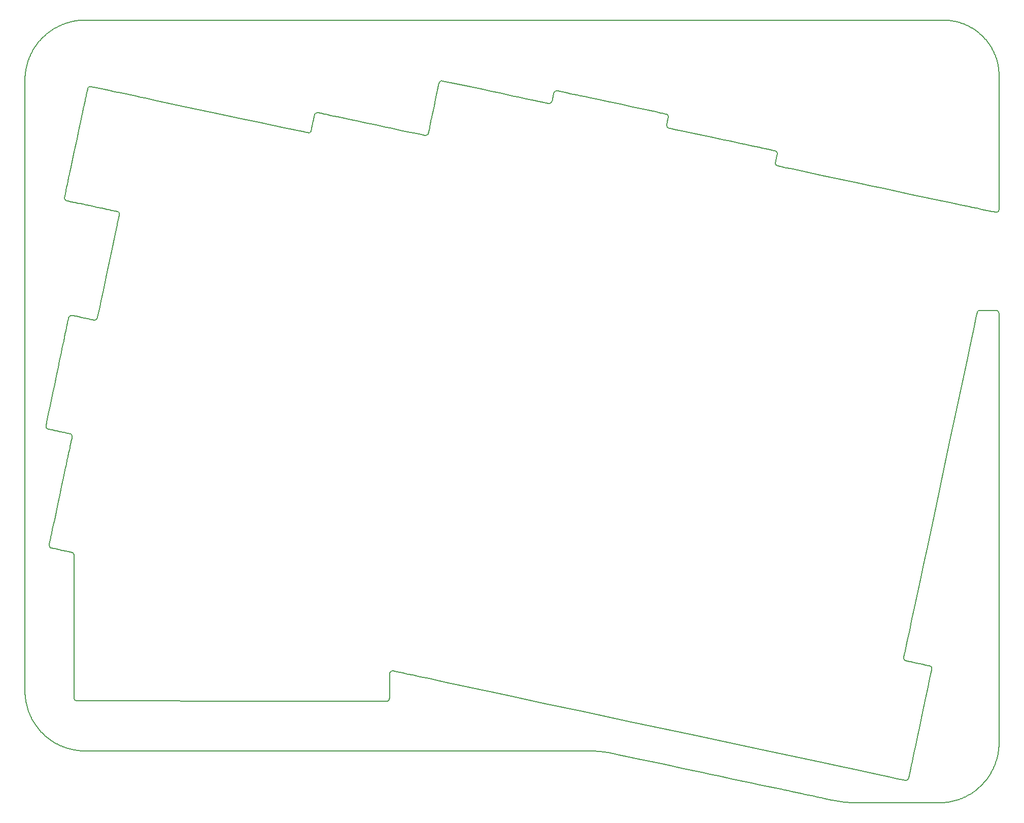
<source format=gm1>
G04 #@! TF.GenerationSoftware,KiCad,Pcbnew,(5.1.5-0-10_14)*
G04 #@! TF.CreationDate,2020-04-19T15:43:16+09:00*
G04 #@! TF.ProjectId,colice_left_topFrame,636f6c69-6365-45f6-9c65-66745f746f70,rev?*
G04 #@! TF.SameCoordinates,Original*
G04 #@! TF.FileFunction,Profile,NP*
%FSLAX46Y46*%
G04 Gerber Fmt 4.6, Leading zero omitted, Abs format (unit mm)*
G04 Created by KiCad (PCBNEW (5.1.5-0-10_14)) date 2020-04-19 15:43:16*
%MOMM*%
%LPD*%
G04 APERTURE LIST*
%ADD10C,0.200000*%
G04 APERTURE END LIST*
D10*
X82626892Y-131703630D02*
X82656764Y-131533327D01*
X82656764Y-131533327D02*
X82727326Y-131402983D01*
X82727326Y-131402983D02*
X82812366Y-131314957D01*
X82626892Y-135769489D02*
X82626892Y-131703630D01*
X82480313Y-136123238D02*
X82566154Y-136008527D01*
X82566154Y-136008527D02*
X82618569Y-135860466D01*
X82618569Y-135860466D02*
X82626892Y-135769489D01*
X115730091Y-144552348D02*
X31805807Y-144552348D01*
X119888562Y-144989440D02*
X119722211Y-144954823D01*
X119722211Y-144954823D02*
X119547576Y-144920067D01*
X119547576Y-144920067D02*
X119378711Y-144887993D01*
X119378711Y-144887993D02*
X119201541Y-144855949D01*
X119201541Y-144855949D02*
X119019075Y-144824664D01*
X119019075Y-144824664D02*
X118844437Y-144796347D01*
X118844437Y-144796347D02*
X118660470Y-144768225D01*
X118660470Y-144768225D02*
X118484369Y-144742942D01*
X118484369Y-144742942D02*
X118304009Y-144718700D01*
X118304009Y-144718700D02*
X118125474Y-144696346D01*
X118125474Y-144696346D02*
X117938627Y-144674694D01*
X117938627Y-144674694D02*
X117757690Y-144655423D01*
X117757690Y-144655423D02*
X117574547Y-144637607D01*
X117574547Y-144637607D02*
X117385131Y-144620966D01*
X117385131Y-144620966D02*
X117199636Y-144606427D01*
X117199636Y-144606427D02*
X117010939Y-144593418D01*
X117010939Y-144593418D02*
X116822111Y-144582193D01*
X116822111Y-144582193D02*
X116629079Y-144572569D01*
X116629079Y-144572569D02*
X116429803Y-144564595D01*
X116429803Y-144564595D02*
X116233491Y-144558685D01*
X116233491Y-144558685D02*
X116037094Y-144554702D01*
X116037094Y-144554702D02*
X115832439Y-144552608D01*
X115832439Y-144552608D02*
X115730091Y-144552348D01*
X156535338Y-152778787D02*
X156369991Y-152743645D01*
X156369991Y-152743645D02*
X156020458Y-152669357D01*
X156020458Y-152669357D02*
X155648966Y-152590403D01*
X155648966Y-152590403D02*
X155256236Y-152506934D01*
X155256236Y-152506934D02*
X154631321Y-152374116D01*
X154631321Y-152374116D02*
X153957806Y-152230967D01*
X153957806Y-152230967D02*
X153487318Y-152130970D01*
X153487318Y-152130970D02*
X152999190Y-152027222D01*
X152999190Y-152027222D02*
X152494142Y-151919878D01*
X152494142Y-151919878D02*
X151972895Y-151809090D01*
X151972895Y-151809090D02*
X151436168Y-151695012D01*
X151436168Y-151695012D02*
X150605338Y-151518424D01*
X150605338Y-151518424D02*
X149740309Y-151334566D01*
X149740309Y-151334566D02*
X149148865Y-151208857D01*
X149148865Y-151208857D02*
X148545539Y-151080622D01*
X148545539Y-151080622D02*
X147931054Y-150950014D01*
X147931054Y-150950014D02*
X146991148Y-150750238D01*
X146991148Y-150750238D02*
X145703860Y-150476626D01*
X145703860Y-150476626D02*
X144384892Y-150196280D01*
X144384892Y-150196280D02*
X143040006Y-149910424D01*
X143040006Y-149910424D02*
X141674961Y-149620282D01*
X141674961Y-149620282D02*
X139602914Y-149179865D01*
X139602914Y-149179865D02*
X137516466Y-148736384D01*
X137516466Y-148736384D02*
X136475041Y-148515024D01*
X136475041Y-148515024D02*
X135782798Y-148367886D01*
X135782798Y-148367886D02*
X134748935Y-148148134D01*
X134748935Y-148148134D02*
X133383889Y-147857987D01*
X133383889Y-147857987D02*
X131372320Y-147430418D01*
X131372320Y-147430418D02*
X128797744Y-146883176D01*
X128797744Y-146883176D02*
X126384444Y-146370211D01*
X126384444Y-146370211D02*
X124178498Y-145901318D01*
X124178498Y-145901318D02*
X122225985Y-145486290D01*
X122225985Y-145486290D02*
X120966075Y-145218480D01*
X120966075Y-145218480D02*
X120223093Y-145060549D01*
X120223093Y-145060549D02*
X119888562Y-144989440D01*
X160693545Y-153215880D02*
X160492950Y-153214873D01*
X160492950Y-153214873D02*
X160280151Y-153211608D01*
X160280151Y-153211608D02*
X160081761Y-153206525D01*
X160081761Y-153206525D02*
X159887558Y-153199644D01*
X159887558Y-153199644D02*
X159693462Y-153190877D01*
X159693462Y-153190877D02*
X159501525Y-153180348D01*
X159501525Y-153180348D02*
X159309721Y-153167976D01*
X159309721Y-153167976D02*
X159120101Y-153153928D01*
X159120101Y-153153928D02*
X158932668Y-153138254D01*
X158932668Y-153138254D02*
X158745399Y-153120817D01*
X158745399Y-153120817D02*
X158558305Y-153101622D01*
X158558305Y-153101622D02*
X158377487Y-153081376D01*
X158377487Y-153081376D02*
X158192802Y-153058973D01*
X158192802Y-153058973D02*
X158014402Y-153035673D01*
X158014402Y-153035673D02*
X157836205Y-153010765D01*
X157836205Y-153010765D02*
X157658222Y-152984251D01*
X157658222Y-152984251D02*
X157480464Y-152956130D01*
X157480464Y-152956130D02*
X157307983Y-152927271D01*
X157307983Y-152927271D02*
X157133719Y-152896532D01*
X157133719Y-152896532D02*
X156956690Y-152863673D01*
X156956690Y-152863673D02*
X156787958Y-152830813D01*
X156787958Y-152830813D02*
X156619478Y-152796491D01*
X156619478Y-152796491D02*
X156535338Y-152778787D01*
X174322282Y-153215880D02*
X160693545Y-153215880D01*
X181393297Y-150286937D02*
X181292391Y-150386419D01*
X181292391Y-150386419D02*
X181188823Y-150485660D01*
X181188823Y-150485660D02*
X181078287Y-150588507D01*
X181078287Y-150588507D02*
X180972135Y-150684399D01*
X180972135Y-150684399D02*
X180864753Y-150778651D01*
X180864753Y-150778651D02*
X180756166Y-150871253D01*
X180756166Y-150871253D02*
X180646390Y-150962195D01*
X180646390Y-150962195D02*
X180535444Y-151051467D01*
X180535444Y-151051467D02*
X180417258Y-151143756D01*
X180417258Y-151143756D02*
X180297819Y-151234170D01*
X180297819Y-151234170D02*
X180180255Y-151320458D01*
X180180255Y-151320458D02*
X180061548Y-151404953D01*
X180061548Y-151404953D02*
X179941712Y-151487644D01*
X179941712Y-151487644D02*
X179818380Y-151570102D01*
X179818380Y-151570102D02*
X179695530Y-151649635D01*
X179695530Y-151649635D02*
X179572421Y-151726816D01*
X179572421Y-151726816D02*
X179435146Y-151809980D01*
X179435146Y-151809980D02*
X179306565Y-151885182D01*
X179306565Y-151885182D02*
X179176938Y-151958428D01*
X179176938Y-151958428D02*
X179046290Y-152029708D01*
X179046290Y-152029708D02*
X178913791Y-152099448D01*
X178913791Y-152099448D02*
X178770062Y-152172273D01*
X178770062Y-152172273D02*
X178634677Y-152238237D01*
X178634677Y-152238237D02*
X178494010Y-152304131D01*
X178494010Y-152304131D02*
X178354973Y-152366674D01*
X178354973Y-152366674D02*
X178214134Y-152427457D01*
X178214134Y-152427457D02*
X178066199Y-152488570D01*
X178066199Y-152488570D02*
X177920856Y-152545941D01*
X177920856Y-152545941D02*
X177767464Y-152603666D01*
X177767464Y-152603666D02*
X177616723Y-152657623D01*
X177616723Y-152657623D02*
X177454242Y-152712763D01*
X177454242Y-152712763D02*
X177301717Y-152761718D01*
X177301717Y-152761718D02*
X177144714Y-152809319D01*
X177144714Y-152809319D02*
X176983205Y-152855369D01*
X176983205Y-152855369D02*
X176824563Y-152897770D01*
X176824563Y-152897770D02*
X176664229Y-152937802D01*
X176664229Y-152937802D02*
X176497559Y-152976452D01*
X176497559Y-152976452D02*
X176325443Y-153013228D01*
X176325443Y-153013228D02*
X176152564Y-153046993D01*
X176152564Y-153046993D02*
X175978962Y-153077734D01*
X175978962Y-153077734D02*
X175805623Y-153105292D01*
X175805623Y-153105292D02*
X175622118Y-153131076D01*
X175622118Y-153131076D02*
X175438900Y-153153373D01*
X175438900Y-153153373D02*
X175255062Y-153172307D01*
X175255062Y-153172307D02*
X175061032Y-153188574D01*
X175061032Y-153188574D02*
X174871235Y-153200810D01*
X174871235Y-153200810D02*
X174677060Y-153209589D01*
X174677060Y-153209589D02*
X174479491Y-153214642D01*
X174479491Y-153214642D02*
X174322282Y-153215880D01*
X184322245Y-143215935D02*
X184320169Y-143419672D01*
X184320169Y-143419672D02*
X184314237Y-143616161D01*
X184314237Y-143616161D02*
X184303888Y-143821784D01*
X184303888Y-143821784D02*
X184290036Y-144018146D01*
X184290036Y-144018146D02*
X184273119Y-144206230D01*
X184273119Y-144206230D02*
X184252224Y-144397515D01*
X184252224Y-144397515D02*
X184229265Y-144576697D01*
X184229265Y-144576697D02*
X184203691Y-144751440D01*
X184203691Y-144751440D02*
X184175392Y-144923635D01*
X184175392Y-144923635D02*
X184135382Y-145140262D01*
X184135382Y-145140262D02*
X184099978Y-145312732D01*
X184099978Y-145312732D02*
X184063305Y-145476968D01*
X184063305Y-145476968D02*
X184021582Y-145649724D01*
X184021582Y-145649724D02*
X183979798Y-145810537D01*
X183979798Y-145810537D02*
X183935899Y-145968722D01*
X183935899Y-145968722D02*
X183889433Y-146126097D01*
X183889433Y-146126097D02*
X183841574Y-146278992D01*
X183841574Y-146278992D02*
X183790064Y-146434667D01*
X183790064Y-146434667D02*
X183737312Y-146585853D01*
X183737312Y-146585853D02*
X183683493Y-146732575D01*
X183683493Y-146732575D02*
X183626001Y-146881968D01*
X183626001Y-146881968D02*
X183567583Y-147026889D01*
X183567583Y-147026889D02*
X183508037Y-147168253D01*
X183508037Y-147168253D02*
X183445938Y-147309563D01*
X183445938Y-147309563D02*
X183378833Y-147455957D01*
X183378833Y-147455957D02*
X183313544Y-147592706D01*
X183313544Y-147592706D02*
X183243594Y-147733587D01*
X183243594Y-147733587D02*
X183174965Y-147866634D01*
X183174965Y-147866634D02*
X183105243Y-147997007D01*
X183105243Y-147997007D02*
X183033105Y-148127215D01*
X183033105Y-148127215D02*
X182959004Y-148256388D01*
X182959004Y-148256388D02*
X182882952Y-148384505D01*
X182882952Y-148384505D02*
X182800904Y-148518029D01*
X182800904Y-148518029D02*
X182722434Y-148641497D01*
X182722434Y-148641497D02*
X182632544Y-148778206D01*
X182632544Y-148778206D02*
X182550708Y-148898564D01*
X182550708Y-148898564D02*
X182467066Y-149017809D01*
X182467066Y-149017809D02*
X182381628Y-149135915D01*
X182381628Y-149135915D02*
X182282788Y-149268167D01*
X182282788Y-149268167D02*
X182193545Y-149383779D01*
X182193545Y-149383779D02*
X182102531Y-149498188D01*
X182102531Y-149498188D02*
X182011603Y-149609148D01*
X182011603Y-149609148D02*
X181919618Y-149718181D01*
X181919618Y-149718181D02*
X181826617Y-149825289D01*
X181826617Y-149825289D02*
X181731345Y-149931907D01*
X181731345Y-149931907D02*
X181631792Y-150040115D01*
X181631792Y-150040115D02*
X181533207Y-150144198D01*
X181533207Y-150144198D02*
X181433004Y-150247001D01*
X181433004Y-150247001D02*
X181393297Y-150286937D01*
X184322245Y-71541775D02*
X184322245Y-143215935D01*
X183822445Y-71041711D02*
X183993185Y-71071652D01*
X183993185Y-71071652D02*
X184122801Y-71142053D01*
X184122801Y-71142053D02*
X184222704Y-71242255D01*
X184222704Y-71242255D02*
X184292819Y-71372331D01*
X184292819Y-71372331D02*
X184322245Y-71541775D01*
X181165225Y-71041711D02*
X183822445Y-71041711D01*
X180676009Y-71437793D02*
X180731499Y-71292668D01*
X180731499Y-71292668D02*
X180823379Y-71176720D01*
X180823379Y-71176720D02*
X180941273Y-71094575D01*
X180941273Y-71094575D02*
X181093697Y-71046809D01*
X181093697Y-71046809D02*
X181165225Y-71041711D01*
X168456183Y-128927617D02*
X168549912Y-128486618D01*
X168549912Y-128486618D02*
X168670740Y-127918148D01*
X168670740Y-127918148D02*
X168875124Y-126956566D01*
X168875124Y-126956566D02*
X169058817Y-126092331D01*
X169058817Y-126092331D02*
X169193450Y-125458917D01*
X169193450Y-125458917D02*
X169412834Y-124426778D01*
X169412834Y-124426778D02*
X169739584Y-122889517D01*
X169739584Y-122889517D02*
X170289169Y-120303902D01*
X170289169Y-120303902D02*
X171128203Y-116356527D01*
X171128203Y-116356527D02*
X171820726Y-113098441D01*
X171820726Y-113098441D02*
X172303411Y-110827579D01*
X172303411Y-110827579D02*
X172800575Y-108488601D01*
X172800575Y-108488601D02*
X173308928Y-106096981D01*
X173308928Y-106096981D02*
X174084874Y-102446441D01*
X174084874Y-102446441D02*
X174868239Y-98760998D01*
X174868239Y-98760998D02*
X175388464Y-96313535D01*
X175388464Y-96313535D02*
X176159196Y-92687536D01*
X176159196Y-92687536D02*
X177148389Y-88033765D01*
X177148389Y-88033765D02*
X178070523Y-83695487D01*
X178070523Y-83695487D02*
X178899288Y-79796482D01*
X178899288Y-79796482D02*
X179608373Y-76460526D01*
X179608373Y-76460526D02*
X180171470Y-73811400D01*
X180171470Y-73811400D02*
X180476158Y-72377979D01*
X180476158Y-72377979D02*
X180623549Y-71684581D01*
X180623549Y-71684581D02*
X180676009Y-71437793D01*
X168525769Y-129303855D02*
X168463316Y-129164535D01*
X168463316Y-129164535D02*
X168448029Y-128979113D01*
X168448029Y-128979113D02*
X168456183Y-128927617D01*
X168841154Y-129520549D02*
X168695789Y-129464881D01*
X168695789Y-129464881D02*
X168583297Y-129376589D01*
X168583297Y-129376589D02*
X168525769Y-129303855D01*
X172721282Y-130345257D02*
X172538216Y-130306344D01*
X172538216Y-130306344D02*
X172099923Y-130213179D01*
X172099923Y-130213179D02*
X171597954Y-130106482D01*
X171597954Y-130106482D02*
X171057776Y-129991664D01*
X171057776Y-129991664D02*
X170504854Y-129874139D01*
X170504854Y-129874139D02*
X170165238Y-129801954D01*
X170165238Y-129801954D02*
X169835963Y-129731970D01*
X169835963Y-129731970D02*
X169584955Y-129678621D01*
X169584955Y-129678621D02*
X169348267Y-129628317D01*
X169348267Y-129628317D02*
X169129083Y-129581735D01*
X169129083Y-129581735D02*
X168930588Y-129539553D01*
X168930588Y-129539553D02*
X168841154Y-129520549D01*
X173106517Y-130938189D02*
X173108604Y-130740136D01*
X173108604Y-130740136D02*
X173055425Y-130593239D01*
X173055425Y-130593239D02*
X172969359Y-130479158D01*
X172969359Y-130479158D02*
X172853627Y-130393541D01*
X172853627Y-130393541D02*
X172721282Y-130345257D01*
X169249936Y-149081229D02*
X169343088Y-148643039D01*
X169343088Y-148643039D02*
X169419993Y-148281266D01*
X169419993Y-148281266D02*
X169507541Y-147869423D01*
X169507541Y-147869423D02*
X169604943Y-147411218D01*
X169604943Y-147411218D02*
X169711410Y-146910361D01*
X169711410Y-146910361D02*
X169826155Y-146370560D01*
X169826155Y-146370560D02*
X169948389Y-145795526D01*
X169948389Y-145795526D02*
X170143366Y-144878270D01*
X170143366Y-144878270D02*
X170423304Y-143561306D01*
X170423304Y-143561306D02*
X170719007Y-142170172D01*
X170719007Y-142170172D02*
X171024168Y-140734540D01*
X171024168Y-140734540D02*
X171486634Y-138558859D01*
X171486634Y-138558859D02*
X172078016Y-135776689D01*
X172078016Y-135776689D02*
X172471087Y-133927483D01*
X172471087Y-133927483D02*
X172700545Y-132848006D01*
X172700545Y-132848006D02*
X172848985Y-132149682D01*
X172848985Y-132149682D02*
X172936513Y-131737919D01*
X172936513Y-131737919D02*
X173013397Y-131376234D01*
X173013397Y-131376234D02*
X173078849Y-131068335D01*
X173078849Y-131068335D02*
X173106517Y-130938189D01*
X169032977Y-149396877D02*
X169140472Y-149302858D01*
X169140472Y-149302858D02*
X169218019Y-149179932D01*
X169218019Y-149179932D02*
X169249936Y-149081229D01*
X168656474Y-149466198D02*
X168856157Y-149468172D01*
X168856157Y-149468172D02*
X169003148Y-149414770D01*
X169003148Y-149414770D02*
X169032977Y-149396877D01*
X83231467Y-131214679D02*
X83514147Y-131275069D01*
X83514147Y-131275069D02*
X83846637Y-131346103D01*
X83846637Y-131346103D02*
X84371937Y-131458331D01*
X84371937Y-131458331D02*
X84825551Y-131555244D01*
X84825551Y-131555244D02*
X85152608Y-131625119D01*
X85152608Y-131625119D02*
X85679425Y-131737674D01*
X85679425Y-131737674D02*
X86455705Y-131903526D01*
X86455705Y-131903526D02*
X87755825Y-132181299D01*
X87755825Y-132181299D02*
X89239249Y-132498236D01*
X89239249Y-132498236D02*
X90308818Y-132726753D01*
X90308818Y-132726753D02*
X92028196Y-133094105D01*
X92028196Y-133094105D02*
X94545241Y-133631883D01*
X94545241Y-133631883D02*
X97284688Y-134217180D01*
X97284688Y-134217180D02*
X100222905Y-134844946D01*
X100222905Y-134844946D02*
X103336264Y-135510131D01*
X103336264Y-135510131D02*
X108268495Y-136563933D01*
X108268495Y-136563933D02*
X115262507Y-138058248D01*
X115262507Y-138058248D02*
X122531756Y-139611371D01*
X122531756Y-139611371D02*
X133562848Y-141968238D01*
X133562848Y-141968238D02*
X144100551Y-144219689D01*
X144100551Y-144219689D02*
X150580380Y-145604148D01*
X150580380Y-145604148D02*
X154985572Y-146545345D01*
X154985572Y-146545345D02*
X157687583Y-147122646D01*
X157687583Y-147122646D02*
X160163033Y-147651541D01*
X160163033Y-147651541D02*
X162388295Y-148126981D01*
X162388295Y-148126981D02*
X164339738Y-148543916D01*
X164339738Y-148543916D02*
X165993732Y-148897299D01*
X165993732Y-148897299D02*
X167326648Y-149182080D01*
X167326648Y-149182080D02*
X168314858Y-149393212D01*
X168314858Y-149393212D02*
X168656474Y-149466198D01*
X82812366Y-131314957D02*
X82939484Y-131240119D01*
X82939484Y-131240119D02*
X83104824Y-131204149D01*
X83104824Y-131204149D02*
X83231467Y-131214679D01*
X30489235Y-136197321D02*
X30900435Y-136197901D01*
X30900435Y-136197901D02*
X31152081Y-136198256D01*
X31152081Y-136198256D02*
X31629170Y-136198928D01*
X31629170Y-136198928D02*
X32295884Y-136199865D01*
X32295884Y-136199865D02*
X33349792Y-136201344D01*
X33349792Y-136201344D02*
X34570886Y-136203056D01*
X34570886Y-136203056D02*
X35945795Y-136204982D01*
X35945795Y-136204982D02*
X37073946Y-136206560D01*
X37073946Y-136206560D02*
X37864223Y-136207666D01*
X37864223Y-136207666D02*
X39103561Y-136209400D01*
X39103561Y-136209400D02*
X40859672Y-136211855D01*
X40859672Y-136211855D02*
X42716105Y-136214450D01*
X42716105Y-136214450D02*
X45651244Y-136218553D01*
X45651244Y-136218553D02*
X49805563Y-136224358D01*
X49805563Y-136224358D02*
X54120456Y-136230386D01*
X54120456Y-136230386D02*
X60673202Y-136239539D01*
X60673202Y-136239539D02*
X66958727Y-136248319D01*
X66958727Y-136248319D02*
X70846068Y-136253751D01*
X70846068Y-136253751D02*
X73507552Y-136257471D01*
X73507552Y-136257471D02*
X75150401Y-136259769D01*
X75150401Y-136259769D02*
X76666231Y-136261890D01*
X76666231Y-136261890D02*
X78041669Y-136263815D01*
X78041669Y-136263815D02*
X78967950Y-136265112D01*
X78967950Y-136265112D02*
X79537836Y-136265910D01*
X79537836Y-136265910D02*
X80065102Y-136266650D01*
X80065102Y-136266650D02*
X80548077Y-136267329D01*
X80548077Y-136267329D02*
X81191893Y-136268234D01*
X81191893Y-136268234D02*
X81714531Y-136268970D01*
X81714531Y-136268970D02*
X82003621Y-136269378D01*
X82003621Y-136269378D02*
X82126299Y-136269553D01*
X29989965Y-135697787D02*
X30020238Y-135869077D01*
X30020238Y-135869077D02*
X30091304Y-135999200D01*
X30091304Y-135999200D02*
X30192108Y-136099028D01*
X30192108Y-136099028D02*
X30322821Y-136168757D01*
X30322821Y-136168757D02*
X30489235Y-136197321D01*
X29974883Y-111907471D02*
X29975074Y-112208821D01*
X29975074Y-112208821D02*
X29975624Y-113078572D01*
X29975624Y-113078572D02*
X29976757Y-114871193D01*
X29976757Y-114871193D02*
X29978232Y-117207987D01*
X29978232Y-117207987D02*
X29979330Y-118948417D01*
X29979330Y-118948417D02*
X29981096Y-121747255D01*
X29981096Y-121747255D02*
X29982937Y-124661977D01*
X29982937Y-124661977D02*
X29984154Y-126587824D01*
X29984154Y-126587824D02*
X29985334Y-128452952D01*
X29985334Y-128452952D02*
X29986452Y-130214535D01*
X29986452Y-130214535D02*
X29987228Y-131436426D01*
X29987228Y-131436426D02*
X29987712Y-132199404D01*
X29987712Y-132199404D02*
X29988167Y-132912405D01*
X29988167Y-132912405D02*
X29988588Y-133570075D01*
X29988588Y-133570075D02*
X29988877Y-134021773D01*
X29988877Y-134021773D02*
X29989058Y-134304091D01*
X29989058Y-134304091D02*
X29989312Y-134698005D01*
X29989312Y-134698005D02*
X29989610Y-135157560D01*
X29989610Y-135157560D02*
X29989800Y-135449629D01*
X29989800Y-135449629D02*
X29989965Y-135697787D01*
X29578801Y-111418520D02*
X29723491Y-111473842D01*
X29723491Y-111473842D02*
X29836190Y-111562187D01*
X29836190Y-111562187D02*
X29919492Y-111679103D01*
X29919492Y-111679103D02*
X29968851Y-111830346D01*
X29968851Y-111830346D02*
X29974883Y-111907471D01*
X26242393Y-110709436D02*
X26500797Y-110764382D01*
X26500797Y-110764382D02*
X26745898Y-110816495D01*
X26745898Y-110816495D02*
X27121347Y-110896315D01*
X27121347Y-110896315D02*
X27348693Y-110944645D01*
X27348693Y-110944645D02*
X27523288Y-110981760D01*
X27523288Y-110981760D02*
X27729427Y-111025577D01*
X27729427Y-111025577D02*
X27995885Y-111082214D01*
X27995885Y-111082214D02*
X28231291Y-111132245D01*
X28231291Y-111132245D02*
X28462564Y-111181395D01*
X28462564Y-111181395D02*
X28687047Y-111229097D01*
X28687047Y-111229097D02*
X28902085Y-111274788D01*
X28902085Y-111274788D02*
X29105022Y-111317900D01*
X29105022Y-111317900D02*
X29293204Y-111357873D01*
X29293204Y-111357873D02*
X29463975Y-111394139D01*
X29463975Y-111394139D02*
X29578801Y-111418520D01*
X25927008Y-110492742D02*
X26021554Y-110600566D01*
X26021554Y-110600566D02*
X26144601Y-110677910D01*
X26144601Y-110677910D02*
X26242393Y-110709436D01*
X25857158Y-110116503D02*
X25855421Y-110315395D01*
X25855421Y-110315395D02*
X25908866Y-110462497D01*
X25908866Y-110462497D02*
X25927008Y-110492742D01*
X29294637Y-71963521D02*
X29187600Y-72057465D01*
X29187600Y-72057465D02*
X29110145Y-72180734D01*
X29110145Y-72180734D02*
X29078207Y-72280228D01*
X29671405Y-71893406D02*
X29471854Y-71891759D01*
X29471854Y-71891759D02*
X29324880Y-71945315D01*
X29324880Y-71945315D02*
X29294637Y-71963521D01*
X33306264Y-72665991D02*
X33033714Y-72608050D01*
X33033714Y-72608050D02*
X32827566Y-72564230D01*
X32827566Y-72564230D02*
X32605699Y-72517071D01*
X32605699Y-72517071D02*
X32250745Y-72441626D01*
X32250745Y-72441626D02*
X31746959Y-72334552D01*
X31746959Y-72334552D02*
X31231689Y-72225038D01*
X31231689Y-72225038D02*
X30727778Y-72117939D01*
X30727778Y-72117939D02*
X30372645Y-72042459D01*
X30372645Y-72042459D02*
X30150623Y-71995269D01*
X30150623Y-71995269D02*
X29896095Y-71941167D01*
X29896095Y-71941167D02*
X29671405Y-71893406D01*
X33899462Y-72281022D02*
X33844174Y-72425853D01*
X33844174Y-72425853D02*
X33755863Y-72538383D01*
X33755863Y-72538383D02*
X33638175Y-72621970D01*
X33638175Y-72621970D02*
X33487187Y-72671087D01*
X33487187Y-72671087D02*
X33306264Y-72665991D01*
X37543582Y-55136257D02*
X37454193Y-55556780D01*
X37454193Y-55556780D02*
X37380847Y-55901848D01*
X37380847Y-55901848D02*
X37297612Y-56293443D01*
X37297612Y-56293443D02*
X37228867Y-56616865D01*
X37228867Y-56616865D02*
X37180518Y-56844327D01*
X37180518Y-56844327D02*
X37104404Y-57202430D01*
X37104404Y-57202430D02*
X36939813Y-57976797D01*
X36939813Y-57976797D02*
X36696428Y-59121870D01*
X36696428Y-59121870D02*
X36432532Y-60363444D01*
X36432532Y-60363444D02*
X36011786Y-62342989D01*
X36011786Y-62342989D02*
X35431254Y-65074287D01*
X35431254Y-65074287D02*
X34874163Y-67695298D01*
X34874163Y-67695298D02*
X34503227Y-69440479D01*
X34503227Y-69440479D02*
X34286213Y-70461478D01*
X34286213Y-70461478D02*
X34145429Y-71123833D01*
X34145429Y-71123833D02*
X34062194Y-71515428D01*
X34062194Y-71515428D02*
X33988847Y-71860496D01*
X33988847Y-71860496D02*
X33926123Y-72155590D01*
X33926123Y-72155590D02*
X33899462Y-72281022D01*
X37158611Y-54543060D02*
X37303526Y-54598387D01*
X37303526Y-54598387D02*
X37416362Y-54687059D01*
X37416362Y-54687059D02*
X37499475Y-54804171D01*
X37499475Y-54804171D02*
X37548678Y-54955328D01*
X37548678Y-54955328D02*
X37543582Y-55136257D01*
X28795631Y-52765586D02*
X29000128Y-52809036D01*
X29000128Y-52809036D02*
X29234050Y-52858744D01*
X29234050Y-52858744D02*
X29496291Y-52914475D01*
X29496291Y-52914475D02*
X29664866Y-52950302D01*
X29664866Y-52950302D02*
X29903187Y-53000952D01*
X29903187Y-53000952D02*
X30155064Y-53054485D01*
X30155064Y-53054485D02*
X30419204Y-53110626D01*
X30419204Y-53110626D02*
X30694317Y-53169100D01*
X30694317Y-53169100D02*
X30979111Y-53229632D01*
X30979111Y-53229632D02*
X31420826Y-53323519D01*
X31420826Y-53323519D02*
X32033016Y-53453644D01*
X32033016Y-53453644D02*
X32660697Y-53587063D01*
X32660697Y-53587063D02*
X33293542Y-53721579D01*
X33293542Y-53721579D02*
X33921222Y-53854996D01*
X33921222Y-53854996D02*
X34533411Y-53985121D01*
X34533411Y-53985121D02*
X34975125Y-54079009D01*
X34975125Y-54079009D02*
X35259920Y-54139542D01*
X35259920Y-54139542D02*
X35535033Y-54198016D01*
X35535033Y-54198016D02*
X35799173Y-54254156D01*
X35799173Y-54254156D02*
X36051049Y-54307688D01*
X36051049Y-54307688D02*
X36289372Y-54358339D01*
X36289372Y-54358339D02*
X36512848Y-54405834D01*
X36512848Y-54405834D02*
X36720187Y-54449897D01*
X36720187Y-54449897D02*
X36954109Y-54499606D01*
X36954109Y-54499606D02*
X37158611Y-54543060D01*
X28410661Y-52172654D02*
X28408565Y-52370703D01*
X28408565Y-52370703D02*
X28461720Y-52517597D01*
X28461720Y-52517597D02*
X28547743Y-52631677D01*
X28547743Y-52631677D02*
X28664072Y-52717654D01*
X28664072Y-52717654D02*
X28795631Y-52765586D01*
X82126299Y-136269553D02*
X82296791Y-136239841D01*
X82296791Y-136239841D02*
X82426741Y-136169686D01*
X82426741Y-136169686D02*
X82480313Y-136123238D01*
X109163638Y-36519612D02*
X108733725Y-36428233D01*
X108733725Y-36428233D02*
X108379774Y-36352999D01*
X108379774Y-36352999D02*
X107977409Y-36267475D01*
X107977409Y-36267475D02*
X107530214Y-36172420D01*
X107530214Y-36172420D02*
X107166350Y-36095076D01*
X107166350Y-36095076D02*
X106912493Y-36041117D01*
X106912493Y-36041117D02*
X106243670Y-35898951D01*
X106243670Y-35898951D02*
X105062377Y-35647853D01*
X105062377Y-35647853D02*
X104106473Y-35444663D01*
X104106473Y-35444663D02*
X103445895Y-35304248D01*
X103445895Y-35304248D02*
X102427235Y-35087718D01*
X102427235Y-35087718D02*
X101030769Y-34790878D01*
X101030769Y-34790878D02*
X99619960Y-34490989D01*
X99619960Y-34490989D02*
X98223499Y-34194149D01*
X98223499Y-34194149D02*
X96207715Y-33765662D01*
X96207715Y-33765662D02*
X92778676Y-33036763D01*
X92778676Y-33036763D02*
X91487291Y-32762258D01*
X109756571Y-36134378D02*
X109701024Y-36279836D01*
X109701024Y-36279836D02*
X109613059Y-36391941D01*
X109613059Y-36391941D02*
X109495444Y-36475568D01*
X109495444Y-36475568D02*
X109344526Y-36524705D01*
X109344526Y-36524705D02*
X109163638Y-36519612D01*
X21805843Y-134552404D02*
X21805843Y-32620441D01*
X24734792Y-141623406D02*
X24632599Y-141519717D01*
X24632599Y-141519717D02*
X24534064Y-141416819D01*
X24534064Y-141416819D02*
X24435828Y-141311248D01*
X24435828Y-141311248D02*
X24339889Y-141205129D01*
X24339889Y-141205129D02*
X24245592Y-141097782D01*
X24245592Y-141097782D02*
X24152948Y-140989227D01*
X24152948Y-140989227D02*
X24061963Y-140879484D01*
X24061963Y-140879484D02*
X23972642Y-140768567D01*
X23972642Y-140768567D02*
X23882650Y-140653458D01*
X23882650Y-140653458D02*
X23794437Y-140537160D01*
X23794437Y-140537160D02*
X23708007Y-140419688D01*
X23708007Y-140419688D02*
X23621169Y-140297935D01*
X23621169Y-140297935D02*
X23536228Y-140174993D01*
X23536228Y-140174993D02*
X23455300Y-140054086D01*
X23455300Y-140054086D02*
X23375165Y-139930481D01*
X23375165Y-139930481D02*
X23289386Y-139793585D01*
X23289386Y-139793585D02*
X23213689Y-139668542D01*
X23213689Y-139668542D02*
X23138436Y-139539989D01*
X23138436Y-139539989D02*
X23065140Y-139410389D01*
X23065140Y-139410389D02*
X22990657Y-139273880D01*
X22990657Y-139273880D02*
X22919641Y-139138822D01*
X22919641Y-139138822D02*
X22846901Y-138995051D01*
X22846901Y-138995051D02*
X22781424Y-138860490D01*
X22781424Y-138860490D02*
X22717186Y-138723259D01*
X22717186Y-138723259D02*
X22654656Y-138584216D01*
X22654656Y-138584216D02*
X22594258Y-138444249D01*
X22594258Y-138444249D02*
X22532076Y-138293664D01*
X22532076Y-138293664D02*
X22474404Y-138147414D01*
X22474404Y-138147414D02*
X22419362Y-138001157D01*
X22419362Y-138001157D02*
X22365345Y-137850438D01*
X22365345Y-137850438D02*
X22313739Y-137698842D01*
X22313739Y-137698842D02*
X22263982Y-137544576D01*
X22263982Y-137544576D02*
X22216984Y-137390384D01*
X22216984Y-137390384D02*
X22170419Y-137228040D01*
X22170419Y-137228040D02*
X22126817Y-137065773D01*
X22126817Y-137065773D02*
X22085031Y-136898992D01*
X22085031Y-136898992D02*
X22046095Y-136731408D01*
X22046095Y-136731408D02*
X22010023Y-136563061D01*
X22010023Y-136563061D02*
X21975776Y-136388333D01*
X21975776Y-136388333D02*
X21943506Y-136206244D01*
X21943506Y-136206244D02*
X21915715Y-136030999D01*
X21915715Y-136030999D02*
X21890639Y-135852239D01*
X21890639Y-135852239D02*
X21868771Y-135672844D01*
X21868771Y-135672844D02*
X21849770Y-135489020D01*
X21849770Y-135489020D02*
X21834147Y-135304619D01*
X21834147Y-135304619D02*
X21821709Y-135115826D01*
X21821709Y-135115826D02*
X21811723Y-134895572D01*
X21811723Y-134895572D02*
X21806844Y-134694098D01*
X21806844Y-134694098D02*
X21805843Y-134552404D01*
X31805807Y-144552348D02*
X31605939Y-144550350D01*
X31605939Y-144550350D02*
X31408473Y-144544457D01*
X31408473Y-144544457D02*
X31215374Y-144534915D01*
X31215374Y-144534915D02*
X31019926Y-144521438D01*
X31019926Y-144521438D02*
X30834669Y-144505108D01*
X30834669Y-144505108D02*
X30635675Y-144483684D01*
X30635675Y-144483684D02*
X30445034Y-144459368D01*
X30445034Y-144459368D02*
X30270293Y-144433794D01*
X30270293Y-144433794D02*
X30098097Y-144405495D01*
X30098097Y-144405495D02*
X29922822Y-144373504D01*
X29922822Y-144373504D02*
X29731451Y-144334869D01*
X29731451Y-144334869D02*
X29567113Y-144298570D01*
X29567113Y-144298570D02*
X29403520Y-144259536D01*
X29403520Y-144259536D02*
X29240704Y-144217783D01*
X29240704Y-144217783D02*
X29082372Y-144174363D01*
X29082372Y-144174363D02*
X28923022Y-144127824D01*
X28923022Y-144127824D02*
X28764525Y-144078663D01*
X28764525Y-144078663D02*
X28612339Y-144028726D01*
X28612339Y-144028726D02*
X28461012Y-143976373D01*
X28461012Y-143976373D02*
X28313247Y-143922614D01*
X28313247Y-143922614D02*
X28167254Y-143866890D01*
X28167254Y-143866890D02*
X28019515Y-143807819D01*
X28019515Y-143807819D02*
X27861351Y-143741527D01*
X27861351Y-143741527D02*
X27714769Y-143677212D01*
X27714769Y-143677212D02*
X27572673Y-143612168D01*
X27572673Y-143612168D02*
X27432444Y-143545316D01*
X27432444Y-143545316D02*
X27298346Y-143478861D01*
X27298346Y-143478861D02*
X27166067Y-143410828D01*
X27166067Y-143410828D02*
X27031420Y-143338994D01*
X27031420Y-143338994D02*
X26901160Y-143266957D01*
X26901160Y-143266957D02*
X26771934Y-143192958D01*
X26771934Y-143192958D02*
X26642125Y-143116020D01*
X26642125Y-143116020D02*
X26513422Y-143037086D01*
X26513422Y-143037086D02*
X26388262Y-142957725D01*
X26388262Y-142957725D02*
X26262622Y-142875407D01*
X26262622Y-142875407D02*
X26142876Y-142794399D01*
X26142876Y-142794399D02*
X26023447Y-142711053D01*
X26023447Y-142711053D02*
X25904378Y-142625345D01*
X25904378Y-142625345D02*
X25787243Y-142538396D01*
X25787243Y-142538396D02*
X25671287Y-142449669D01*
X25671287Y-142449669D02*
X25556525Y-142359166D01*
X25556525Y-142359166D02*
X25445959Y-142269352D01*
X25445959Y-142269352D02*
X25336564Y-142177868D01*
X25336564Y-142177868D02*
X25227638Y-142084097D01*
X25227638Y-142084097D02*
X25120663Y-141989301D01*
X25120663Y-141989301D02*
X25015634Y-141893523D01*
X25015634Y-141893523D02*
X24911143Y-141795469D01*
X24911143Y-141795469D02*
X24802378Y-141690355D01*
X24802378Y-141690355D02*
X24734792Y-141623406D01*
X29661351Y-92218468D02*
X29618471Y-92420255D01*
X29618471Y-92420255D02*
X29569167Y-92652263D01*
X29569167Y-92652263D02*
X29512843Y-92917301D01*
X29512843Y-92917301D02*
X29472178Y-93108648D01*
X29472178Y-93108648D02*
X29417674Y-93365116D01*
X29417674Y-93365116D02*
X29335174Y-93753309D01*
X29335174Y-93753309D02*
X29284824Y-93990215D01*
X29284824Y-93990215D02*
X29205498Y-94363458D01*
X29205498Y-94363458D02*
X29092306Y-94896043D01*
X29092306Y-94896043D02*
X28971754Y-95463255D01*
X28971754Y-95463255D02*
X28844615Y-96061446D01*
X28844615Y-96061446D02*
X28711665Y-96686971D01*
X28711665Y-96686971D02*
X28503524Y-97666265D01*
X28503524Y-97666265D02*
X28212054Y-99037595D01*
X28212054Y-99037595D02*
X27911286Y-100452661D01*
X27911286Y-100452661D02*
X27607415Y-101882307D01*
X27607415Y-101882307D02*
X27306640Y-103297373D01*
X27306640Y-103297373D02*
X27015158Y-104668703D01*
X27015158Y-104668703D02*
X26739168Y-105967137D01*
X26739168Y-105967137D02*
X26546892Y-106871713D01*
X26546892Y-106871713D02*
X26470993Y-107228782D01*
X26470993Y-107228782D02*
X26397540Y-107574347D01*
X26397540Y-107574347D02*
X26258451Y-108228689D01*
X26258451Y-108228689D02*
X26135340Y-108807858D01*
X26135340Y-108807858D02*
X26089629Y-109022897D01*
X26089629Y-109022897D02*
X26025397Y-109325067D01*
X26025397Y-109325067D02*
X25949373Y-109682705D01*
X25949373Y-109682705D02*
X25884582Y-109987494D01*
X25884582Y-109987494D02*
X25857158Y-110116503D01*
X29591765Y-91842230D02*
X29653991Y-91980075D01*
X29653991Y-91980075D02*
X29669749Y-92165434D01*
X29669749Y-92165434D02*
X29661351Y-92218468D01*
X90894093Y-33147492D02*
X90824231Y-33476175D01*
X90824231Y-33476175D02*
X90635085Y-34366064D01*
X90635085Y-34366064D02*
X90402330Y-35461124D01*
X90402330Y-35461124D02*
X90209228Y-36369620D01*
X90209228Y-36369620D02*
X90076497Y-36994094D01*
X90076497Y-36994094D02*
X89942675Y-37623700D01*
X89942675Y-37623700D02*
X89842989Y-38092701D01*
X89842989Y-38092701D02*
X89793674Y-38324717D01*
X89793674Y-38324717D02*
X89680482Y-38857276D01*
X89680482Y-38857276D02*
X89556473Y-39440731D01*
X89556473Y-39440731D02*
X89440095Y-39988287D01*
X89440095Y-39988287D02*
X89359489Y-40367539D01*
X89359489Y-40367539D02*
X89309068Y-40604776D01*
X89309068Y-40604776D02*
X89238957Y-40934667D01*
X89238957Y-40934667D02*
X89177703Y-41222886D01*
X89177703Y-41222886D02*
X89141456Y-41393449D01*
X89141456Y-41393449D02*
X89125082Y-41470504D01*
X91487291Y-32762258D02*
X91289084Y-32760166D01*
X91289084Y-32760166D02*
X91141461Y-32813704D01*
X91141461Y-32813704D02*
X91027476Y-32899943D01*
X91027476Y-32899943D02*
X90942198Y-33015480D01*
X90942198Y-33015480D02*
X90894093Y-33147492D01*
X184337855Y-31905271D02*
X184337458Y-32487338D01*
X184337458Y-32487338D02*
X184334857Y-36305013D01*
X184334857Y-36305013D02*
X184333112Y-38869744D01*
X184333112Y-38869744D02*
X184331855Y-40719730D01*
X184331855Y-40719730D02*
X184330879Y-42155100D01*
X184330879Y-42155100D02*
X184330223Y-43121419D01*
X184330223Y-43121419D02*
X184329238Y-44572704D01*
X184329238Y-44572704D02*
X184327948Y-46477254D01*
X184327948Y-46477254D02*
X184326714Y-48301553D01*
X184326714Y-48301553D02*
X184325849Y-49582305D01*
X184325849Y-49582305D02*
X184325306Y-50388124D01*
X184325306Y-50388124D02*
X184324796Y-51146194D01*
X184324796Y-51146194D02*
X184324323Y-51850364D01*
X184324323Y-51850364D02*
X184323892Y-52494481D01*
X184323892Y-52494481D02*
X184323506Y-53072392D01*
X184323506Y-53072392D02*
X184323170Y-53577945D01*
X184323170Y-53577945D02*
X184322890Y-54004989D01*
X184322890Y-54004989D02*
X184322774Y-54183491D01*
X29276381Y-91625536D02*
X29421157Y-91680861D01*
X29421157Y-91680861D02*
X29534628Y-91769906D01*
X29534628Y-91769906D02*
X29591765Y-91842230D01*
X25699730Y-90865387D02*
X25921006Y-90912389D01*
X25921006Y-90912389D02*
X26119657Y-90954592D01*
X26119657Y-90954592D02*
X26334348Y-91000205D01*
X26334348Y-91000205D02*
X26620720Y-91061053D01*
X26620720Y-91061053D02*
X26861400Y-91112195D01*
X26861400Y-91112195D02*
X27109065Y-91164825D01*
X27109065Y-91164825D02*
X27360925Y-91218349D01*
X27360925Y-91218349D02*
X27614194Y-91272175D01*
X27614194Y-91272175D02*
X27866085Y-91325711D01*
X27866085Y-91325711D02*
X28052227Y-91365274D01*
X28052227Y-91365274D02*
X28354585Y-91429545D01*
X28354585Y-91429545D02*
X28585620Y-91478658D01*
X28585620Y-91478658D02*
X28855971Y-91536135D01*
X28855971Y-91536135D02*
X29054816Y-91578415D01*
X29054816Y-91578415D02*
X29234864Y-91616705D01*
X29234864Y-91616705D02*
X29276381Y-91625536D01*
X25314231Y-90273778D02*
X25312881Y-90473001D01*
X25312881Y-90473001D02*
X25366657Y-90619354D01*
X25366657Y-90619354D02*
X25453203Y-90732992D01*
X25453203Y-90732992D02*
X25568962Y-90817905D01*
X25568962Y-90817905D02*
X25699730Y-90865387D01*
X29078207Y-72280228D02*
X29035768Y-72483044D01*
X29035768Y-72483044D02*
X28995168Y-72677087D01*
X28995168Y-72677087D02*
X28931219Y-72982747D01*
X28931219Y-72982747D02*
X28890966Y-73175142D01*
X28890966Y-73175142D02*
X28826155Y-73484941D01*
X28826155Y-73484941D02*
X28730980Y-73939878D01*
X28730980Y-73939878D02*
X28626983Y-74436992D01*
X28626983Y-74436992D02*
X28514933Y-74972613D01*
X28514933Y-74972613D02*
X28395597Y-75543072D01*
X28395597Y-75543072D02*
X28269743Y-76144698D01*
X28269743Y-76144698D02*
X28138137Y-76773822D01*
X28138137Y-76773822D02*
X28001547Y-77426775D01*
X28001547Y-77426775D02*
X27860742Y-78099888D01*
X27860742Y-78099888D02*
X27716488Y-78789491D01*
X27716488Y-78789491D02*
X27569552Y-79491914D01*
X27569552Y-79491914D02*
X27345898Y-80561104D01*
X27345898Y-80561104D02*
X27045152Y-81998836D01*
X27045152Y-81998836D02*
X26747498Y-83421797D01*
X26747498Y-83421797D02*
X26459077Y-84800630D01*
X26459077Y-84800630D02*
X26186028Y-86105978D01*
X26186028Y-86105978D02*
X25934492Y-87308487D01*
X25934492Y-87308487D02*
X25710609Y-88378799D01*
X25710609Y-88378799D02*
X25434693Y-89697880D01*
X25434693Y-89697880D02*
X25314231Y-90273778D01*
X184322774Y-54183491D02*
X184322774Y-54183491D01*
X184337855Y-31905271D02*
X184337855Y-31905271D01*
X128888397Y-40057362D02*
X128924739Y-39886664D01*
X128924739Y-39886664D02*
X128961578Y-39713467D01*
X128961578Y-39713467D02*
X129007049Y-39499566D01*
X129007049Y-39499566D02*
X129056938Y-39264837D01*
X129056938Y-39264837D02*
X129093323Y-39093684D01*
X129093323Y-39093684D02*
X129129713Y-38922613D01*
X129129713Y-38922613D02*
X129142398Y-38863031D01*
X129273632Y-40650559D02*
X129128499Y-40595176D01*
X129128499Y-40595176D02*
X129015151Y-40506006D01*
X129015151Y-40506006D02*
X128932090Y-40388604D01*
X128932090Y-40388604D02*
X128883091Y-40236963D01*
X128883091Y-40236963D02*
X128888397Y-40057362D01*
X32251896Y-34100523D02*
X32176109Y-34457148D01*
X32176109Y-34457148D02*
X32140593Y-34624265D01*
X32140593Y-34624265D02*
X32102282Y-34804530D01*
X32102282Y-34804530D02*
X32061274Y-34997482D01*
X32061274Y-34997482D02*
X31995226Y-35308249D01*
X31995226Y-35308249D02*
X31898204Y-35764741D01*
X31898204Y-35764741D02*
X31832599Y-36073404D01*
X31832599Y-36073404D02*
X31764077Y-36395792D01*
X31764077Y-36395792D02*
X31677873Y-36801365D01*
X31677873Y-36801365D02*
X31556135Y-37374116D01*
X31556135Y-37374116D02*
X31427727Y-37978238D01*
X31427727Y-37978238D02*
X31293434Y-38610040D01*
X31293434Y-38610040D02*
X31083167Y-39599266D01*
X31083167Y-39599266D02*
X30788689Y-40984668D01*
X30788689Y-40984668D02*
X30484794Y-42414360D01*
X30484794Y-42414360D02*
X30024244Y-44581041D01*
X30024244Y-44581041D02*
X29579386Y-46673905D01*
X29579386Y-46673905D02*
X29403673Y-47500566D01*
X29403673Y-47500566D02*
X29335202Y-47822695D01*
X29335202Y-47822695D02*
X29234826Y-48294934D01*
X29234826Y-48294934D02*
X29106418Y-48899057D01*
X29106418Y-48899057D02*
X28984679Y-49471807D01*
X28984679Y-49471807D02*
X28870394Y-50009496D01*
X28870394Y-50009496D02*
X28764349Y-50508432D01*
X28764349Y-50508432D02*
X28667327Y-50964924D01*
X28667327Y-50964924D02*
X28601277Y-51275689D01*
X28601277Y-51275689D02*
X28560270Y-51468642D01*
X28560270Y-51468642D02*
X28521959Y-51648908D01*
X28521959Y-51648908D02*
X28486444Y-51816026D01*
X28486444Y-51816026D02*
X28438248Y-52042828D01*
X28438248Y-52042828D02*
X28410661Y-52172654D01*
X32844829Y-33715553D02*
X32646775Y-33713457D01*
X32646775Y-33713457D02*
X32499878Y-33766613D01*
X32499878Y-33766613D02*
X32385399Y-33853036D01*
X32385399Y-33853036D02*
X32300180Y-33968286D01*
X32300180Y-33968286D02*
X32251896Y-34100523D01*
X68975930Y-41395362D02*
X68796329Y-41357182D01*
X68796329Y-41357182D02*
X68395090Y-41271891D01*
X68395090Y-41271891D02*
X68179197Y-41226000D01*
X68179197Y-41226000D02*
X67614252Y-41105915D01*
X67614252Y-41105915D02*
X66852250Y-40943944D01*
X66852250Y-40943944D02*
X65980558Y-40758660D01*
X65980558Y-40758660D02*
X65007952Y-40551927D01*
X65007952Y-40551927D02*
X63943206Y-40325610D01*
X63943206Y-40325610D02*
X62795097Y-40081575D01*
X62795097Y-40081575D02*
X60943499Y-39688012D01*
X60943499Y-39688012D02*
X58252396Y-39116012D01*
X58252396Y-39116012D02*
X53917387Y-38194599D01*
X53917387Y-38194599D02*
X47903369Y-36916313D01*
X47903369Y-36916313D02*
X43568359Y-35994899D01*
X43568359Y-35994899D02*
X41869966Y-35633902D01*
X41869966Y-35633902D02*
X41210902Y-35493816D01*
X41210902Y-35493816D02*
X40248358Y-35289225D01*
X40248358Y-35289225D02*
X39025659Y-35029336D01*
X39025659Y-35029336D02*
X37877548Y-34785301D01*
X37877548Y-34785301D02*
X36812803Y-34558984D01*
X36812803Y-34558984D02*
X35840197Y-34352251D01*
X35840197Y-34352251D02*
X34968505Y-34166967D01*
X34968505Y-34166967D02*
X34206503Y-34004996D01*
X34206503Y-34004996D02*
X33716172Y-33900770D01*
X33716172Y-33900770D02*
X33425665Y-33839019D01*
X33425665Y-33839019D02*
X33167516Y-33784146D01*
X33167516Y-33784146D02*
X32970387Y-33742242D01*
X32970387Y-33742242D02*
X32844829Y-33715553D01*
X69568864Y-41010128D02*
X69513482Y-41155253D01*
X69513482Y-41155253D02*
X69425277Y-41267691D01*
X69425277Y-41267691D02*
X69307624Y-41351318D01*
X69307624Y-41351318D02*
X69156710Y-41400455D01*
X69156710Y-41400455D02*
X68975930Y-41395362D01*
X70112849Y-38451603D02*
X70073447Y-38636680D01*
X70073447Y-38636680D02*
X70029901Y-38841339D01*
X70029901Y-38841339D02*
X69978653Y-39082278D01*
X69978653Y-39082278D02*
X69938314Y-39271971D01*
X69938314Y-39271971D02*
X69887582Y-39510590D01*
X69887582Y-39510590D02*
X69821986Y-39819169D01*
X69821986Y-39819169D02*
X69784613Y-39994996D01*
X69784613Y-39994996D02*
X69747740Y-40168474D01*
X69747740Y-40168474D02*
X69711703Y-40338037D01*
X69711703Y-40338037D02*
X69659727Y-40582597D01*
X69659727Y-40582597D02*
X69611911Y-40807583D01*
X69611911Y-40807583D02*
X69568864Y-41010128D01*
X181618193Y-25339890D02*
X181718103Y-25441326D01*
X181718103Y-25441326D02*
X181819380Y-25547401D01*
X181819380Y-25547401D02*
X181917011Y-25652911D01*
X181917011Y-25652911D02*
X182013459Y-25760444D01*
X182013459Y-25760444D02*
X182109846Y-25871359D01*
X182109846Y-25871359D02*
X182206628Y-25986403D01*
X182206628Y-25986403D02*
X182298627Y-26099366D01*
X182298627Y-26099366D02*
X182387647Y-26212225D01*
X182387647Y-26212225D02*
X182478033Y-26330606D01*
X182478033Y-26330606D02*
X182563278Y-26445981D01*
X182563278Y-26445981D02*
X182649729Y-26566923D01*
X182649729Y-26566923D02*
X182734656Y-26689861D01*
X182734656Y-26689861D02*
X182816065Y-26811824D01*
X182816065Y-26811824D02*
X182896908Y-26937218D01*
X182896908Y-26937218D02*
X182974746Y-27062297D01*
X182974746Y-27062297D02*
X183053695Y-27193865D01*
X183053695Y-27193865D02*
X183128668Y-27323566D01*
X183128668Y-27323566D02*
X183201081Y-27453618D01*
X183201081Y-27453618D02*
X183274253Y-27590248D01*
X183274253Y-27590248D02*
X183344314Y-27726452D01*
X183344314Y-27726452D02*
X183411712Y-27862954D01*
X183411712Y-27862954D02*
X183478337Y-28003723D01*
X183478337Y-28003723D02*
X183541152Y-28142333D01*
X183541152Y-28142333D02*
X183605127Y-28290085D01*
X183605127Y-28290085D02*
X183663884Y-28432355D01*
X183663884Y-28432355D02*
X183720912Y-28577235D01*
X183720912Y-28577235D02*
X183776721Y-28726392D01*
X183776721Y-28726392D02*
X183829972Y-28876510D01*
X183829972Y-28876510D02*
X183880653Y-29027556D01*
X183880653Y-29027556D02*
X183929792Y-29182885D01*
X183929792Y-29182885D02*
X183976213Y-29339112D01*
X183976213Y-29339112D02*
X184019905Y-29496205D01*
X184019905Y-29496205D02*
X184062572Y-29661011D01*
X184062572Y-29661011D02*
X184102829Y-29829275D01*
X184102829Y-29829275D02*
X184141606Y-30006212D01*
X184141606Y-30006212D02*
X184175801Y-30177914D01*
X184175801Y-30177914D02*
X184207521Y-30354780D01*
X184207521Y-30354780D02*
X184236629Y-30537706D01*
X184236629Y-30537706D02*
X184261078Y-30713429D01*
X184261078Y-30713429D02*
X184283259Y-30899581D01*
X184283259Y-30899581D02*
X184301303Y-31081956D01*
X184301303Y-31081956D02*
X184316559Y-31276549D01*
X184316559Y-31276549D02*
X184327569Y-31468170D01*
X184327569Y-31468170D02*
X184334858Y-31669326D01*
X184334858Y-31669326D02*
X184337790Y-31871008D01*
X184337790Y-31871008D02*
X184337855Y-31905271D01*
X175053064Y-22620497D02*
X175260222Y-22622802D01*
X175260222Y-22622802D02*
X175457865Y-22629313D01*
X175457865Y-22629313D02*
X175647788Y-22639541D01*
X175647788Y-22639541D02*
X175837141Y-22653633D01*
X175837141Y-22653633D02*
X176024088Y-22671378D01*
X176024088Y-22671378D02*
X176206822Y-22692420D01*
X176206822Y-22692420D02*
X176392392Y-22717559D01*
X176392392Y-22717559D02*
X176566648Y-22744652D01*
X176566648Y-22744652D02*
X176741923Y-22775341D01*
X176741923Y-22775341D02*
X176909442Y-22807927D01*
X176909442Y-22807927D02*
X177078791Y-22844134D01*
X177078791Y-22844134D02*
X177243857Y-22882626D01*
X177243857Y-22882626D02*
X177403791Y-22922974D01*
X177403791Y-22922974D02*
X177561187Y-22965653D01*
X177561187Y-22965653D02*
X177717731Y-23011064D01*
X177717731Y-23011064D02*
X177876761Y-23060274D01*
X177876761Y-23060274D02*
X178030636Y-23110886D01*
X178030636Y-23110886D02*
X178181900Y-23163567D01*
X178181900Y-23163567D02*
X178333025Y-23219144D01*
X178333025Y-23219144D02*
X178479037Y-23275694D01*
X178479037Y-23275694D02*
X178624067Y-23334696D01*
X178624067Y-23334696D02*
X178770514Y-23397196D01*
X178770514Y-23397196D02*
X178909442Y-23459260D01*
X178909442Y-23459260D02*
X179047354Y-23523601D01*
X179047354Y-23523601D02*
X179184219Y-23590205D01*
X179184219Y-23590205D02*
X179320012Y-23659065D01*
X179320012Y-23659065D02*
X179451581Y-23728486D01*
X179451581Y-23728486D02*
X179585165Y-23801763D01*
X179585165Y-23801763D02*
X179713754Y-23875030D01*
X179713754Y-23875030D02*
X179839704Y-23949465D01*
X179839704Y-23949465D02*
X179966798Y-24027328D01*
X179966798Y-24027328D02*
X180089717Y-24105344D01*
X180089717Y-24105344D02*
X180214441Y-24187311D01*
X180214441Y-24187311D02*
X180334995Y-24269311D01*
X180334995Y-24269311D02*
X180453619Y-24352746D01*
X180453619Y-24352746D02*
X180572461Y-24439164D01*
X180572461Y-24439164D02*
X180689322Y-24526993D01*
X180689322Y-24526993D02*
X180802098Y-24614532D01*
X180802098Y-24614532D02*
X180915711Y-24705585D01*
X180915711Y-24705585D02*
X181026640Y-24797364D01*
X181026640Y-24797364D02*
X181138292Y-24892726D01*
X181138292Y-24892726D02*
X181248564Y-24989971D01*
X181248564Y-24989971D02*
X181354792Y-25086644D01*
X181354792Y-25086644D02*
X181459663Y-25185093D01*
X181459663Y-25185093D02*
X181563146Y-25285300D01*
X181563146Y-25285300D02*
X181618193Y-25339890D01*
X31805807Y-22620497D02*
X175053064Y-22620497D01*
X24734792Y-25549439D02*
X24835691Y-25449950D01*
X24835691Y-25449950D02*
X24942074Y-25348047D01*
X24942074Y-25348047D02*
X25046943Y-25250475D01*
X25046943Y-25250475D02*
X25152339Y-25155180D01*
X25152339Y-25155180D02*
X25260407Y-25060240D01*
X25260407Y-25060240D02*
X25368963Y-24967596D01*
X25368963Y-24967596D02*
X25490643Y-24866874D01*
X25490643Y-24866874D02*
X25601681Y-24777734D01*
X25601681Y-24777734D02*
X25726065Y-24680915D01*
X25726065Y-24680915D02*
X25842583Y-24593031D01*
X25842583Y-24593031D02*
X25959488Y-24507491D01*
X25959488Y-24507491D02*
X26078308Y-24423175D01*
X26078308Y-24423175D02*
X26199045Y-24340125D01*
X26199045Y-24340125D02*
X26320097Y-24259438D01*
X26320097Y-24259438D02*
X26445457Y-24178520D01*
X26445457Y-24178520D02*
X26568676Y-24101534D01*
X26568676Y-24101534D02*
X26696215Y-24024434D01*
X26696215Y-24024434D02*
X26828135Y-23947380D01*
X26828135Y-23947380D02*
X26957815Y-23874234D01*
X26957815Y-23874234D02*
X27088518Y-23803059D01*
X27088518Y-23803059D02*
X27221065Y-23733417D01*
X27221065Y-23733417D02*
X27359723Y-23663247D01*
X27359723Y-23663247D02*
X27494260Y-23597720D01*
X27494260Y-23597720D02*
X27630605Y-23533825D01*
X27630605Y-23533825D02*
X27773977Y-23469308D01*
X27773977Y-23469308D02*
X27917457Y-23407429D01*
X27917457Y-23407429D02*
X28060116Y-23348512D01*
X28060116Y-23348512D02*
X28203671Y-23291802D01*
X28203671Y-23291802D02*
X28349883Y-23236648D01*
X28349883Y-23236648D02*
X28502359Y-23181888D01*
X28502359Y-23181888D02*
X28654830Y-23129893D01*
X28654830Y-23129893D02*
X28806342Y-23080922D01*
X28806342Y-23080922D02*
X28961408Y-23033537D01*
X28961408Y-23033537D02*
X29119124Y-22988143D01*
X29119124Y-22988143D02*
X29277639Y-22945323D01*
X29277639Y-22945323D02*
X29444346Y-22903284D01*
X29444346Y-22903284D02*
X29609996Y-22864515D01*
X29609996Y-22864515D02*
X29776395Y-22828543D01*
X29776395Y-22828543D02*
X29947279Y-22794675D01*
X29947279Y-22794675D02*
X30128324Y-22762151D01*
X30128324Y-22762151D02*
X30300636Y-22734377D01*
X30300636Y-22734377D02*
X30479297Y-22708825D01*
X30479297Y-22708825D02*
X30666243Y-22685599D01*
X30666243Y-22685599D02*
X30874936Y-22663885D01*
X30874936Y-22663885D02*
X31067051Y-22647797D01*
X31067051Y-22647797D02*
X31259740Y-22635399D01*
X31259740Y-22635399D02*
X31478111Y-22625858D01*
X31478111Y-22625858D02*
X31683504Y-22621242D01*
X31683504Y-22621242D02*
X31805807Y-22620497D01*
X21805843Y-32620441D02*
X21808501Y-32389566D01*
X21808501Y-32389566D02*
X21815005Y-32192177D01*
X21815005Y-32192177D02*
X21825081Y-32000125D01*
X21825081Y-32000125D02*
X21839292Y-31802845D01*
X21839292Y-31802845D02*
X21856114Y-31618645D01*
X21856114Y-31618645D02*
X21876082Y-31436943D01*
X21876082Y-31436943D02*
X21898816Y-31259670D01*
X21898816Y-31259670D02*
X21924390Y-31084929D01*
X21924390Y-31084929D02*
X21952689Y-30912733D01*
X21952689Y-30912733D02*
X21985400Y-30733698D01*
X21985400Y-30733698D02*
X22018969Y-30566682D01*
X22018969Y-30566682D02*
X22056198Y-30396660D01*
X22056198Y-30396660D02*
X22095896Y-30229289D01*
X22095896Y-30229289D02*
X22139418Y-30059036D01*
X22139418Y-30059036D02*
X22183296Y-29898850D01*
X22183296Y-29898850D02*
X22228710Y-29743144D01*
X22228710Y-29743144D02*
X22276044Y-29590069D01*
X22276044Y-29590069D02*
X22329454Y-29426980D01*
X22329454Y-29426980D02*
X22381809Y-29275653D01*
X22381809Y-29275653D02*
X22436567Y-29125209D01*
X22436567Y-29125209D02*
X22494415Y-28973911D01*
X22494415Y-28973911D02*
X22552169Y-28829747D01*
X22552169Y-28829747D02*
X22616656Y-28675993D01*
X22616656Y-28675993D02*
X22679022Y-28533759D01*
X22679022Y-28533759D02*
X22742791Y-28394223D01*
X22742791Y-28394223D02*
X22809951Y-28253088D01*
X22809951Y-28253088D02*
X22877605Y-28116394D01*
X22877605Y-28116394D02*
X22947354Y-27980711D01*
X22947354Y-27980711D02*
X23017368Y-27849418D01*
X23017368Y-27849418D02*
X23093098Y-27712478D01*
X23093098Y-27712478D02*
X23169073Y-27579979D01*
X23169073Y-27579979D02*
X23244631Y-27452678D01*
X23244631Y-27452678D02*
X23321098Y-27328067D01*
X23321098Y-27328067D02*
X23398903Y-27205319D01*
X23398903Y-27205319D02*
X23479600Y-27082047D01*
X23479600Y-27082047D02*
X23562160Y-26959890D01*
X23562160Y-26959890D02*
X23645468Y-26840440D01*
X23645468Y-26840440D02*
X23730578Y-26722122D01*
X23730578Y-26722122D02*
X23817478Y-26604956D01*
X23817478Y-26604956D02*
X23913237Y-26479862D01*
X23913237Y-26479862D02*
X24006242Y-26362162D01*
X24006242Y-26362162D02*
X24106017Y-26239817D01*
X24106017Y-26239817D02*
X24197811Y-26130649D01*
X24197811Y-26130649D02*
X24291261Y-26022678D01*
X24291261Y-26022678D02*
X24388951Y-25913061D01*
X24388951Y-25913061D02*
X24498933Y-25793423D01*
X24498933Y-25793423D02*
X24597561Y-25689375D01*
X24597561Y-25689375D02*
X24697809Y-25586609D01*
X24697809Y-25586609D02*
X24734792Y-25549439D01*
X128757163Y-38270099D02*
X128399837Y-38194153D01*
X128399837Y-38194153D02*
X128232346Y-38158555D01*
X128232346Y-38158555D02*
X127958071Y-38100260D01*
X127958071Y-38100260D02*
X127546676Y-38012821D01*
X127546676Y-38012821D02*
X127088969Y-37915537D01*
X127088969Y-37915537D02*
X126588655Y-37809195D01*
X126588655Y-37809195D02*
X125770570Y-37635311D01*
X125770570Y-37635311D02*
X124558760Y-37377739D01*
X124558760Y-37377739D02*
X123243211Y-37098115D01*
X123243211Y-37098115D02*
X121143917Y-36651903D01*
X121143917Y-36651903D02*
X118970517Y-36189939D01*
X118970517Y-36189939D02*
X117536400Y-35885114D01*
X117536400Y-35885114D02*
X116146737Y-35589740D01*
X116146737Y-35589740D02*
X115154503Y-35378840D01*
X115154503Y-35378840D02*
X114520801Y-35244147D01*
X114520801Y-35244147D02*
X113914884Y-35115361D01*
X113914884Y-35115361D02*
X113340458Y-34993269D01*
X113340458Y-34993269D02*
X112801226Y-34878658D01*
X112801226Y-34878658D02*
X112300896Y-34772318D01*
X112300896Y-34772318D02*
X111843171Y-34675034D01*
X111843171Y-34675034D02*
X111531598Y-34608813D01*
X111531598Y-34608813D02*
X111338164Y-34567703D01*
X111338164Y-34567703D02*
X111157464Y-34529299D01*
X111157464Y-34529299D02*
X110989962Y-34493701D01*
X110989962Y-34493701D02*
X110762676Y-34445399D01*
X110762676Y-34445399D02*
X110632610Y-34417759D01*
X129142398Y-38863031D02*
X129144485Y-38664977D01*
X129144485Y-38664977D02*
X129091306Y-38518080D01*
X129091306Y-38518080D02*
X129005240Y-38404000D01*
X129005240Y-38404000D02*
X128889508Y-38318383D01*
X128889508Y-38318383D02*
X128757163Y-38270099D01*
X110039677Y-34802728D02*
X109989823Y-35037244D01*
X109989823Y-35037244D02*
X109953917Y-35206127D01*
X109953917Y-35206127D02*
X109907486Y-35424510D01*
X109907486Y-35424510D02*
X109851546Y-35687617D01*
X109851546Y-35687617D02*
X109806423Y-35899859D01*
X109806423Y-35899859D02*
X109764449Y-36097313D01*
X109764449Y-36097313D02*
X109756571Y-36134378D01*
X110632610Y-34417759D02*
X110434556Y-34415626D01*
X110434556Y-34415626D02*
X110287659Y-34468729D01*
X110287659Y-34468729D02*
X110173180Y-34555124D01*
X110173180Y-34555124D02*
X110087961Y-34670397D01*
X110087961Y-34670397D02*
X110039677Y-34802728D01*
X184322774Y-54183491D02*
X184292822Y-54353784D01*
X184292822Y-54353784D02*
X184222331Y-54483869D01*
X184222331Y-54483869D02*
X184137300Y-54571900D01*
X147024856Y-46361600D02*
X147067041Y-46163208D01*
X147067041Y-46163208D02*
X147112714Y-45948378D01*
X147112714Y-45948378D02*
X147150756Y-45769432D01*
X147150756Y-45769432D02*
X147198764Y-45543609D01*
X147198764Y-45543609D02*
X147236551Y-45365890D01*
X147236551Y-45365890D02*
X147277303Y-45174270D01*
X147277303Y-45174270D02*
X147315105Y-44996612D01*
X147094442Y-46737838D02*
X147031686Y-46597528D01*
X147031686Y-46597528D02*
X147016782Y-46412342D01*
X147016782Y-46412342D02*
X147024856Y-46361600D01*
X146929870Y-44403415D02*
X146729952Y-44360928D01*
X146729952Y-44360928D02*
X146415075Y-44294006D01*
X146415075Y-44294006D02*
X146146743Y-44236976D01*
X146146743Y-44236976D02*
X145744799Y-44151547D01*
X145744799Y-44151547D02*
X145298090Y-44056601D01*
X145298090Y-44056601D02*
X144810197Y-43952900D01*
X144810197Y-43952900D02*
X144284702Y-43841207D01*
X144284702Y-43841207D02*
X143725185Y-43722281D01*
X143725185Y-43722281D02*
X142833088Y-43532662D01*
X142833088Y-43532662D02*
X141878319Y-43329720D01*
X141878319Y-43329720D02*
X141218529Y-43189479D01*
X141218529Y-43189479D02*
X140201089Y-42973215D01*
X140201089Y-42973215D02*
X139156792Y-42751242D01*
X139156792Y-42751242D02*
X138454027Y-42601864D01*
X138454027Y-42601864D02*
X136692640Y-42227469D01*
X136692640Y-42227469D02*
X134650599Y-41793418D01*
X134650599Y-41793418D02*
X133370412Y-41521308D01*
X133370412Y-41521308D02*
X132190498Y-41270514D01*
X132190498Y-41270514D02*
X131393301Y-41101068D01*
X131393301Y-41101068D02*
X130905409Y-40997368D01*
X130905409Y-40997368D02*
X130458700Y-40902423D01*
X130458700Y-40902423D02*
X130056756Y-40816993D01*
X130056756Y-40816993D02*
X129788424Y-40759963D01*
X129788424Y-40759963D02*
X129473547Y-40693043D01*
X129473547Y-40693043D02*
X129273632Y-40650559D01*
X147315105Y-44996612D02*
X147317192Y-44798406D01*
X147317192Y-44798406D02*
X147263469Y-44650455D01*
X147263469Y-44650455D02*
X147176876Y-44536268D01*
X147176876Y-44536268D02*
X147061536Y-44451338D01*
X147061536Y-44451338D02*
X146929870Y-44403415D01*
X70705783Y-38066369D02*
X70507617Y-38064277D01*
X70507617Y-38064277D02*
X70360723Y-38117453D01*
X70360723Y-38117453D02*
X70245756Y-38204456D01*
X70245756Y-38204456D02*
X70160750Y-38319930D01*
X70160750Y-38319930D02*
X70112849Y-38451603D01*
X88531884Y-41855473D02*
X88264894Y-41798726D01*
X88264894Y-41798726D02*
X87552034Y-41647213D01*
X87552034Y-41647213D02*
X86650625Y-41455623D01*
X86650625Y-41455623D02*
X85589674Y-41230122D01*
X85589674Y-41230122D02*
X84398189Y-40976875D01*
X84398189Y-40976875D02*
X83433869Y-40771909D01*
X83433869Y-40771909D02*
X82767420Y-40630257D01*
X82767420Y-40630257D02*
X82084655Y-40485135D01*
X82084655Y-40485135D02*
X81389199Y-40337314D01*
X81389199Y-40337314D02*
X80684678Y-40187566D01*
X80684678Y-40187566D02*
X79974718Y-40036663D01*
X79974718Y-40036663D02*
X78907059Y-39809727D01*
X78907059Y-39809727D02*
X77498016Y-39510226D01*
X77498016Y-39510226D02*
X76725145Y-39345946D01*
X76725145Y-39345946D02*
X76555388Y-39309862D01*
X76555388Y-39309862D02*
X76302496Y-39256106D01*
X76302496Y-39256106D02*
X75803793Y-39150102D01*
X75803793Y-39150102D02*
X75157287Y-39012678D01*
X75157287Y-39012678D02*
X74688497Y-38913030D01*
X74688497Y-38913030D02*
X74383601Y-38848220D01*
X74383601Y-38848220D02*
X73938607Y-38753628D01*
X73938607Y-38753628D02*
X73373685Y-38633541D01*
X73373685Y-38633541D02*
X72843210Y-38520776D01*
X72843210Y-38520776D02*
X72350807Y-38416101D01*
X72350807Y-38416101D02*
X72010059Y-38343664D01*
X72010059Y-38343664D02*
X71744402Y-38287187D01*
X71744402Y-38287187D02*
X71494724Y-38234106D01*
X71494724Y-38234106D02*
X71224229Y-38176599D01*
X71224229Y-38176599D02*
X71058932Y-38141455D01*
X71058932Y-38141455D02*
X70768904Y-38079790D01*
X70768904Y-38079790D02*
X70705783Y-38066369D01*
X89125082Y-41470504D02*
X89069794Y-41615437D01*
X89069794Y-41615437D02*
X88981483Y-41727982D01*
X88981483Y-41727982D02*
X88864463Y-41811192D01*
X88864463Y-41811192D02*
X88713373Y-41860511D01*
X88713373Y-41860511D02*
X88531884Y-41855473D01*
X183718728Y-54672441D02*
X183368487Y-54597986D01*
X183368487Y-54597986D02*
X183093095Y-54539444D01*
X183093095Y-54539444D02*
X182786200Y-54474207D01*
X182786200Y-54474207D02*
X182272752Y-54365064D01*
X182272752Y-54365064D02*
X181482893Y-54197168D01*
X181482893Y-54197168D02*
X180586438Y-54006615D01*
X180586438Y-54006615D02*
X179846471Y-53849325D01*
X179846471Y-53849325D02*
X179326383Y-53738776D01*
X179326383Y-53738776D02*
X177945100Y-53445173D01*
X177945100Y-53445173D02*
X176107182Y-53054509D01*
X176107182Y-53054509D02*
X174807143Y-52778177D01*
X174807143Y-52778177D02*
X172762201Y-52343513D01*
X172762201Y-52343513D02*
X169884868Y-51731921D01*
X169884868Y-51731921D02*
X168029933Y-51337646D01*
X168029933Y-51337646D02*
X167282492Y-51178774D01*
X167282492Y-51178774D02*
X166157291Y-50939609D01*
X166157291Y-50939609D02*
X164654562Y-50620198D01*
X164654562Y-50620198D02*
X163157383Y-50301968D01*
X163157383Y-50301968D02*
X160937507Y-49830127D01*
X160937507Y-49830127D02*
X158079980Y-49222752D01*
X158079980Y-49222752D02*
X156056701Y-48792699D01*
X156056701Y-48792699D02*
X154773993Y-48520057D01*
X154773993Y-48520057D02*
X151819886Y-47892158D01*
X151819886Y-47892158D02*
X149522072Y-47403754D01*
X149522072Y-47403754D02*
X148764399Y-47242710D01*
X148764399Y-47242710D02*
X147834942Y-47045154D01*
X147834942Y-47045154D02*
X147409826Y-46954797D01*
X147409826Y-46954797D02*
X147265122Y-46899378D01*
X147265122Y-46899378D02*
X147152497Y-46811238D01*
X147152497Y-46811238D02*
X147094442Y-46737838D01*
X184137300Y-54571900D02*
X184011228Y-54646413D01*
X184011228Y-54646413D02*
X183846817Y-54682724D01*
X183846817Y-54682724D02*
X183718728Y-54672441D01*
M02*

</source>
